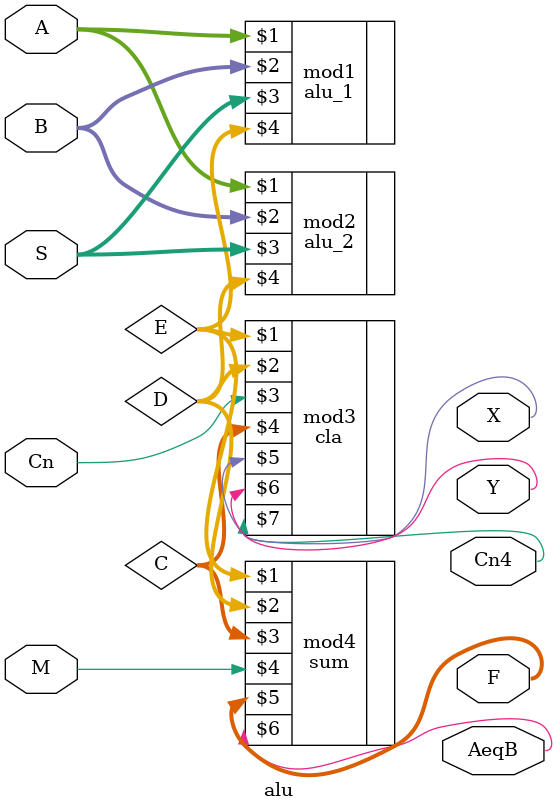
<source format=v>
`timescale 1ns / 1ps


module alu(S, A, B, M, Cn, F, X, Y, Cn4, AeqB);
  input [3:0] A, B, S;
  input Cn, M;
  output [3:0] F;
  output AeqB, X, Y, Cn4;
  wire [3:0] E, D, C;
  alu_1 mod1 (A, B, S, E);
  alu_2 mod2 (A, B, S, D);
  cla mod3(E, D, Cn, C, X, Y, Cn4);
  sum mod4(E, D, C, M, F, AeqB);
endmodule

</source>
